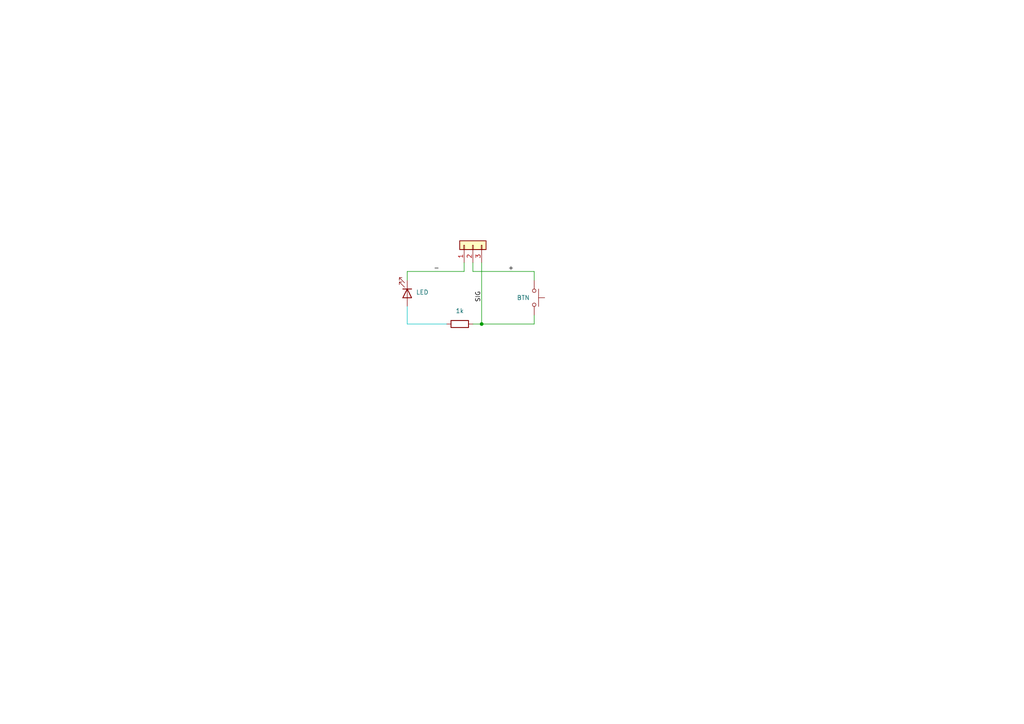
<source format=kicad_sch>
(kicad_sch (version 20250114) (generator "eeschema") (generator_version "9.0")
  (paper "A4")
  (lib_symbols
    (symbol "Connector_Generic:Conn_01x03" (pin_names (offset 1.016) (hide yes))
      (property "Reference" "J" (at 0 5.08 0))
      (property "Value" "Conn_01x03" (at 0 -5.08 0))
      (symbol "Conn_01x03_1_1"
        (rectangle (start -1.27 3.81) (end 1.27 -3.81) (stroke (width 0.254)) (fill (type background)))
        (rectangle (start -1.27 2.667) (end 0 2.413) (stroke (width 0.1524)))
        (rectangle (start -1.27 0.127) (end 0 -0.127) (stroke (width 0.1524)))
        (rectangle (start -1.27 -2.413) (end 0 -2.667) (stroke (width 0.1524)))
        (pin passive line (at -5.08 2.54 0) (length 3.81) (name "Pin_1") (number "1"))
        (pin passive line (at -5.08 0 0) (length 3.81) (name "Pin_2") (number "2"))
        (pin passive line (at -5.08 -2.54 0) (length 3.81) (name "Pin_3") (number "3"))
      )
    )
    (symbol "Device:LED" (pin_numbers (hide yes)) (pin_names (offset 1.016) (hide yes))
      (property "Reference" "D" (at 0 2.54 0))
      (property "Value" "LED" (at 0 -2.54 0))
      (symbol "LED_0_1"
        (polyline (pts (xy -3.048 -0.762) (xy -4.572 -2.286) (xy -3.81 -2.286) (xy -4.572 -2.286) (xy -4.572 -1.524)))
        (polyline (pts (xy -1.778 -0.762) (xy -3.302 -2.286) (xy -2.54 -2.286) (xy -3.302 -2.286) (xy -3.302 -1.524)))
        (polyline (pts (xy -1.27 0) (xy 1.27 0)))
        (polyline (pts (xy -1.27 -1.27) (xy -1.27 1.27)) (stroke (width 0.254)))
        (polyline (pts (xy 1.27 -1.27) (xy 1.27 1.27) (xy -1.27 0) (xy 1.27 -1.27)) (stroke (width 0.254)))
      )
      (symbol "LED_1_1"
        (pin passive line (at -3.81 0 0) (length 2.54) (name "K") (number "1"))
        (pin passive line (at 3.81 0 180) (length 2.54) (name "A") (number "2"))
      )
    )
    (symbol "Device:R" (pin_numbers (hide yes)) (pin_names (offset 0))
      (property "Reference" "R" (at 2.032 0 90))
      (property "Value" "R" (at 0 0 90))
      (symbol "R_0_1"
        (rectangle (start -1.016 -2.54) (end 1.016 2.54) (stroke (width 0.254)))
      )
      (symbol "R_1_1"
        (pin passive line (at 0 3.81 270) (length 1.27) (name "~") (number "1"))
        (pin passive line (at 0 -3.81 90) (length 1.27) (name "~") (number "2"))
      )
    )
    (symbol "Switch:SW_Push" (pin_numbers (hide yes)) (pin_names (offset 1.016) (hide yes))
      (property "Reference" "SW" (at 1.27 2.54 0))
      (property "Value" "SW_Push" (at 0 -1.524 0))
      (symbol "SW_Push_0_1"
        (circle (center -2.032 0) (radius 0.508))
        (polyline (pts (xy 0 1.27) (xy 0 3.048)))
        (circle (center 2.032 0) (radius 0.508))
        (polyline (pts (xy 2.54 1.27) (xy -2.54 1.27)))
        (pin passive line (at -5.08 0 0) (length 2.54) (name "1") (number "1"))
        (pin passive line (at 5.08 0 180) (length 2.54) (name "2") (number "2"))
      )
    )
  )
  (junction (at 139.7 93.98))
  (wire (pts (xy 137.16 93.98) (xy 139.7 93.98)))
  (wire (pts (xy 137.16 78.74) (xy 137.16 76.2)))
  (wire (pts (xy 134.62 78.74) (xy 134.62 76.2)))
  (wire (pts (xy 118.11 93.98) (xy 129.54 93.98)) (stroke (width 0) (color 0 194 194 1)))
  (wire (pts (xy 154.94 81.28) (xy 154.94 78.74)))
  (wire (pts (xy 137.16 78.74) (xy 154.94 78.74)))
  (wire (pts (xy 118.11 93.98) (xy 118.11 88.9)) (stroke (width 0) (color 0 194 194 1)))
  (wire (pts (xy 139.7 76.2) (xy 139.7 93.98)))
  (wire (pts (xy 118.11 78.74) (xy 118.11 81.28)))
  (wire (pts (xy 139.7 93.98) (xy 154.94 93.98)))
  (wire (pts (xy 118.11 78.74) (xy 134.62 78.74)))
  (wire (pts (xy 154.94 93.98) (xy 154.94 91.44)))
  (label "SIG" (at 139.7 87.63 90))
  (label "-" (at 125.73 78.74 0))
  (label "+" (at 147.32 78.74 0))
  (symbol (lib_id "Connector_Generic:Conn_01x03") (at 137.16 71.12 90) (unit 1)
    (property "Reference" "J1" (effects (hide yes)))
    (property "Value" "Conn_01x03" (effects (hide yes)))
    (property "Description" "Generic connector, single row, 01x03, script generated (kicad-library-utils/schlib/autogen/connector/)" (effects (hide yes)))
  )
  (symbol (lib_id "Switch:SW_Push") (at 154.94 86.36 270) (mirror x) (unit 1)
    (property "Reference" "SW1" (effects (hide yes)))
    (property "Value" "BTN" (at 153.67 86.3599 90) (effects (justify right)))
    (property "Description" "Push button switch, generic, two pins" (effects (hide yes)))
  )
  (symbol (lib_id "Device:LED") (at 118.11 85.09 270) (unit 1)
    (property "Reference" "D1" (effects (hide yes)))
    (property "Value" "LED" (at 120.65 84.7724 90) (effects (justify left)))
    (property "Description" "Light emitting diode" (effects (hide yes)))
    (property "Sim.Pins" "1=K 2=A" (effects (hide yes)))
  )
  (symbol (lib_id "Device:R") (at 133.35 93.98 90) (unit 1)
    (property "Reference" "R1" (effects (hide yes)))
    (property "Value" "1k" (at 133.35 90.17 90))
    (property "Description" "Resistor" (effects (hide yes)))
  )
)
</source>
